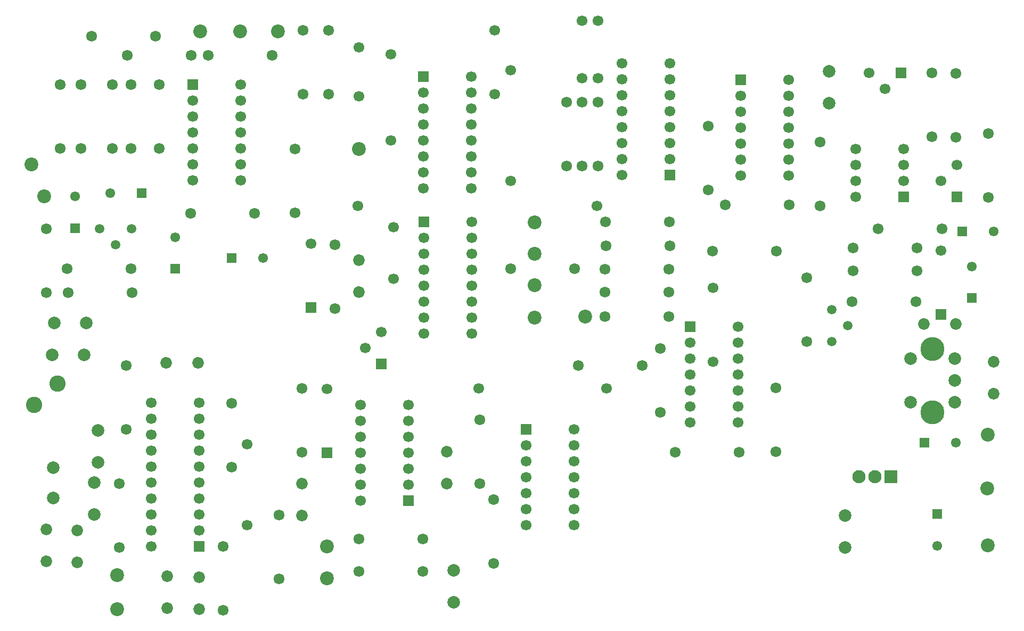
<source format=gbr>
G04 DipTrace 3.3.1.1*
G04 TopMask.gbr*
%MOMM*%
G04 #@! TF.FileFunction,Soldermask,Top*
G04 #@! TF.Part,Single*
%ADD22C,2.0*%
%ADD29C,1.5*%
%ADD45C,2.1*%
%ADD46C,1.7*%
%ADD47R,2.1X2.1*%
%ADD48R,1.7X1.7*%
%ADD49C,1.724*%
%ADD51C,1.724*%
%ADD54C,1.7*%
%ADD56C,3.8*%
%ADD60C,2.6*%
%ADD62C,1.85*%
%ADD64C,2.0*%
%ADD66C,1.55*%
%ADD68R,1.55X1.55*%
%ADD70C,2.2*%
%FSLAX35Y35*%
G04*
G71*
G90*
G75*
G01*
G04 TopMask*
%LPD*%
D70*
X16673597Y3282180D3*
X4161677Y10557710D3*
X9476357Y7520723D3*
Y7018693D3*
D68*
X15880150Y2880920D3*
D66*
Y2370920D3*
D64*
X14414377Y2349377D3*
Y2857377D3*
D68*
X15676500Y4016250D3*
D66*
X16176500D3*
D62*
X16779750Y5302127D3*
Y4794127D3*
X15668500Y5905377D3*
X16176500D3*
D68*
X16430500Y6318127D3*
D66*
Y6818127D3*
D68*
X16275750Y7377750D3*
D66*
X16775750D3*
D64*
X2539877Y3698750D3*
Y4206750D3*
D62*
X5778377Y3365377D3*
Y2857377D3*
X6683250Y6413377D3*
Y6921377D3*
X8080250Y3365377D3*
Y3873377D3*
D64*
X8191377Y1476250D3*
Y1984250D3*
D62*
X4143250Y1365127D3*
Y1873127D3*
D68*
X4659250Y6953127D3*
D66*
X5159250D3*
D68*
X3230377Y7985000D3*
D66*
X2730377D3*
D68*
X3762250Y6778500D3*
D66*
Y7278500D3*
D62*
X3635250Y1381000D3*
Y1889000D3*
D68*
X2174750Y7429377D3*
D66*
Y7929377D3*
D62*
X4127377Y5286250D3*
X3619377D3*
D64*
X2317627Y5413250D3*
X1809627D3*
X2349377Y5921250D3*
X1841377D3*
X14160377Y9413750D3*
Y9921750D3*
D62*
X2206500Y2619250D3*
Y2111250D3*
X1714377Y2635127D3*
Y2127127D3*
D64*
X2476377Y3381250D3*
Y2873250D3*
D60*
X1889000Y4952873D3*
X1519933Y4615547D3*
D48*
X15939373Y6057627D3*
D46*
Y7067627D3*
D48*
X6175677Y3855533D3*
D46*
Y4865533D3*
D48*
X5921283Y6166310D3*
D46*
Y7176310D3*
D22*
X16155270Y4653330D3*
Y5003330D3*
Y5353330D3*
X15455270Y4653330D3*
Y5353330D3*
D56*
X15805270Y4499890D3*
Y5503330D3*
D70*
X4798520Y10557710D3*
X16687120Y2376247D3*
X1476250Y8445377D3*
X2841500Y1365127D3*
X6175250Y2365253D3*
X10286877Y6016500D3*
X9476357Y6521510D3*
D48*
X16192377Y7921500D3*
D46*
X15938377Y8175500D3*
X16192377Y8429500D3*
D70*
X6683250Y8683500D3*
X16684500Y4143250D3*
D48*
X15303377Y9894583D3*
D46*
X15049377Y9640583D3*
X14795377Y9894583D3*
D70*
X1682627Y7937377D3*
D54*
X6683250Y10302750D3*
Y9524877D3*
X7191250Y10191627D3*
Y8826377D3*
X8842250Y10572627D3*
Y9556627D3*
X9096250Y9937627D3*
Y8175503D3*
X10232347Y10731377D3*
Y9810627D3*
X10489730Y10731377D3*
Y9810627D3*
X7238877Y7445250D3*
Y6619750D3*
X4905250Y3984500D3*
Y2698627D3*
X12318877Y6476877D3*
Y5302127D3*
X6667377Y7778627D3*
X10469457Y7781830D3*
X8588250Y4873500D3*
X10620250D3*
D70*
X2841500Y1904877D3*
X6175250Y1857250D3*
D29*
X14204383Y6132690D3*
Y5624690D3*
X14457983Y5878690D3*
X3066233Y7419587D3*
X2558233D3*
X2812233Y7165987D3*
D70*
X5395943Y10557710D3*
D51*
X16696593Y7915893D3*
D49*
Y8931893D3*
D51*
X15958707Y7413500D3*
D49*
X14942707D3*
D51*
X14541377Y6746750D3*
D49*
X15557377D3*
D51*
X14525500Y6254627D3*
D49*
X15541500D3*
D51*
X13806103Y5624650D3*
D49*
Y6640650D3*
D51*
X11477500Y5508500D3*
D49*
Y4492500D3*
D51*
X11191750Y5238627D3*
D49*
X10175750D3*
D51*
X10600400Y6017410D3*
D49*
X11616400D3*
D51*
X14541377Y7111877D3*
D49*
X15557377D3*
D51*
X16176500Y8874000D3*
D49*
Y9890000D3*
D51*
X15795500Y9894643D3*
D49*
Y8878643D3*
D51*
X11715627Y3857500D3*
D49*
X12731627D3*
D51*
X13318517Y3865360D3*
D49*
Y4881360D3*
D51*
X13319000Y7064250D3*
D49*
X12303000D3*
D51*
X12239500Y9048627D3*
D49*
Y8032627D3*
D51*
X12509377Y7794500D3*
D49*
X13525377D3*
D51*
X14017500Y7778627D3*
D49*
Y8794627D3*
D51*
X10595637Y6411663D3*
D49*
X11611637D3*
D51*
X10598230Y6775267D3*
D49*
X11614230D3*
D51*
X10609407Y7147667D3*
D49*
X11625407D3*
D51*
X10605443Y7524263D3*
D49*
X11621443D3*
D51*
X9983197Y8411870D3*
D49*
Y9427870D3*
D51*
X10232737Y8412767D3*
D49*
Y9428767D3*
D51*
X10489730Y8412630D3*
D49*
Y9428630D3*
D51*
X10112250Y6778500D3*
D49*
X9096250D3*
D51*
X5778377Y4873500D3*
D49*
Y3857500D3*
D51*
X6302250Y7159500D3*
D49*
Y6143500D3*
D51*
X7697667Y2481620D3*
D49*
X6681667D3*
D51*
X7702597Y1963723D3*
D49*
X6686597D3*
D51*
X8604127Y4381377D3*
D49*
Y3365377D3*
D51*
X8826377Y2095377D3*
D49*
Y3111377D3*
D51*
X3508250Y9709530D3*
D49*
Y8693530D3*
D51*
X5306017Y10177870D3*
D49*
X4290017D3*
D51*
X5799977Y10572330D3*
D49*
Y9556330D3*
D51*
X6203273Y10572330D3*
D49*
Y9556330D3*
D51*
X3000250Y10175750D3*
D49*
X4016250D3*
D51*
X3063750Y9709530D3*
D49*
Y8693530D3*
D51*
X5670500Y7668363D3*
D49*
Y8684363D3*
D51*
X2434483Y10478613D3*
D49*
X3450483D3*
D51*
X2762967Y9709530D3*
D49*
Y8693530D3*
D51*
X2877650Y3358737D3*
D49*
Y2342737D3*
D51*
X4524250Y1349253D3*
D49*
Y2365253D3*
D51*
X5411823Y2865340D3*
D49*
Y1849340D3*
D51*
X4658937Y3626917D3*
D49*
Y4642917D3*
D51*
X3063750Y6778500D3*
D49*
X2047750D3*
D51*
X1714377Y7413500D3*
D49*
Y6397500D3*
D51*
X3079627D3*
D49*
X2063627D3*
D51*
X2984377Y4222627D3*
D49*
Y5238627D3*
D51*
X5028950Y7666380D3*
D49*
X4012950D3*
D51*
X1931333Y9709530D3*
D49*
Y8693530D3*
D51*
X2264187D3*
D49*
Y9709530D3*
D70*
X9476357Y6001140D3*
D48*
X7039470Y5267707D3*
D46*
X6785470Y5521707D3*
X7039470Y5775707D3*
D48*
X11951317Y5861723D3*
D46*
Y5607723D3*
Y5353723D3*
Y5099723D3*
Y4845723D3*
Y4591723D3*
Y4337723D3*
X12713317D3*
Y4591723D3*
Y4845723D3*
Y5099723D3*
Y5353723D3*
Y5607723D3*
Y5861723D3*
D48*
X12755847Y9786797D3*
D46*
Y9532797D3*
Y9278797D3*
Y9024797D3*
Y8770797D3*
Y8516797D3*
Y8262797D3*
X13517847D3*
Y8516797D3*
Y8770797D3*
Y9024797D3*
Y9278797D3*
Y9532797D3*
Y9786797D3*
D48*
X15349850Y7928773D3*
D46*
Y8182773D3*
Y8436773D3*
Y8690773D3*
X14587850D3*
Y8436773D3*
Y8182773D3*
Y7928773D3*
D48*
X7468837Y3086163D3*
D46*
Y3340163D3*
Y3594163D3*
Y3848163D3*
Y4102163D3*
Y4356163D3*
Y4610163D3*
X6706837D3*
Y4356163D3*
Y4102163D3*
Y3848163D3*
Y3594163D3*
Y3340163D3*
Y3086163D3*
D48*
X11626363Y8272967D3*
D46*
Y8526967D3*
Y8780967D3*
Y9034967D3*
Y9288967D3*
Y9542967D3*
Y9796967D3*
Y10050967D3*
X10864363D3*
Y9796967D3*
Y9542967D3*
Y9288967D3*
Y9034967D3*
Y8780967D3*
Y8526967D3*
Y8272967D3*
D48*
X7711137Y9839523D3*
D46*
Y9585523D3*
Y9331523D3*
Y9077523D3*
Y8823523D3*
Y8569523D3*
Y8315523D3*
Y8061523D3*
X8473137D3*
Y8315523D3*
Y8569523D3*
Y8823523D3*
Y9077523D3*
Y9331523D3*
Y9585523D3*
Y9839523D3*
D48*
X7715807Y7528860D3*
D46*
Y7274860D3*
Y7020860D3*
Y6766860D3*
Y6512860D3*
Y6258860D3*
Y6004860D3*
Y5750860D3*
X8477807D3*
Y6004860D3*
Y6258860D3*
Y6512860D3*
Y6766860D3*
Y7020860D3*
Y7274860D3*
Y7528860D3*
D48*
X4043440Y9708637D3*
D46*
Y9454637D3*
Y9200637D3*
Y8946637D3*
Y8692637D3*
Y8438637D3*
Y8184637D3*
X4805440D3*
Y8438637D3*
Y8692637D3*
Y8946637D3*
Y9200637D3*
Y9454637D3*
Y9708637D3*
D48*
X4147887Y2366130D3*
D46*
Y2620130D3*
Y2874130D3*
Y3128130D3*
Y3382133D3*
Y3636133D3*
Y3890130D3*
Y4144133D3*
Y4398133D3*
Y4652130D3*
X3385887Y2366133D3*
Y2620133D3*
Y2874133D3*
Y3128130D3*
Y3382133D3*
Y3636133D3*
Y3890130D3*
Y4144133D3*
Y4398133D3*
Y4652130D3*
D48*
X9340737Y4222760D3*
D46*
Y3968760D3*
Y3714760D3*
Y3460760D3*
Y3206760D3*
Y2952760D3*
Y2698760D3*
X10102737D3*
Y2952760D3*
Y3206760D3*
Y3460760D3*
Y3714760D3*
Y3968760D3*
Y4222760D3*
D47*
X15147307Y3472110D3*
D45*
X14893307D3*
X14639307D3*
D22*
X1825500Y3619377D3*
X1825937Y3131263D3*
M02*

</source>
